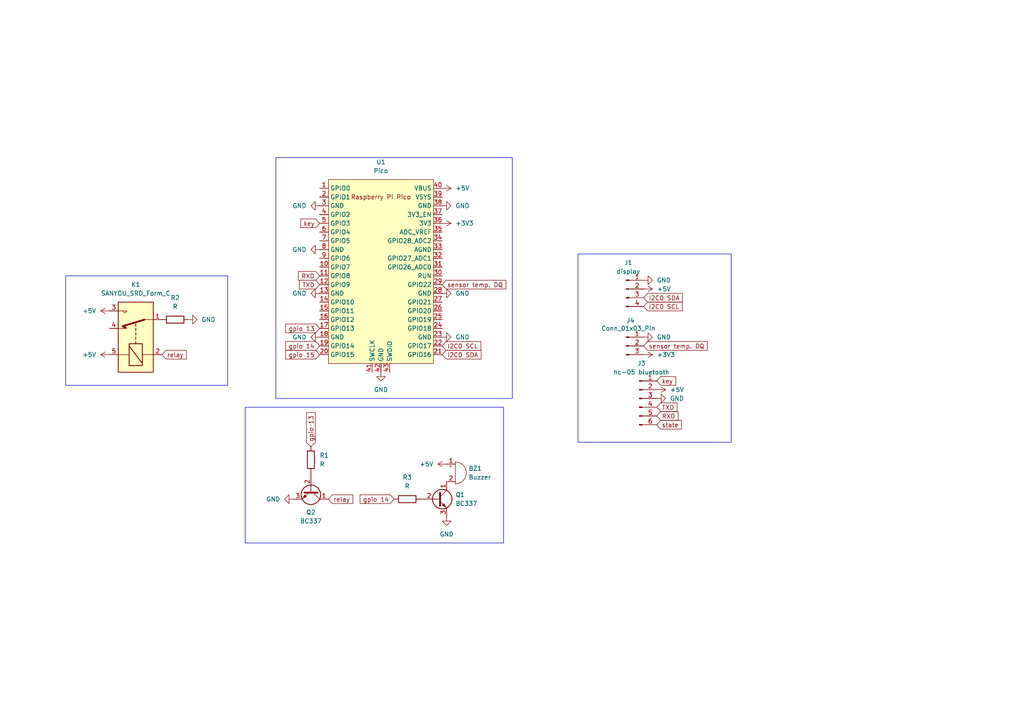
<source format=kicad_sch>
(kicad_sch (version 20231120) (generator "eeschema") (generator_version "8.0")
  (paper "A4")
  (lib_symbols
    (symbol "Connector:Conn_01x03_Pin" (pin_names (offset 1.016) hide)
      (property "Reference" "J" (at 0 5.08 0))
      (property "Value" "Conn_01x03_Pin" (at 0 -5.08 0))
      (symbol "Conn_01x03_Pin_1_1"
        (polyline (pts (xy 1.27 -2.54) (xy 0.8636 -2.54)) (stroke (width 0.1524)))
        (polyline (pts (xy 1.27 0) (xy 0.8636 0)) (stroke (width 0.1524)))
        (polyline (pts (xy 1.27 2.54) (xy 0.8636 2.54)) (stroke (width 0.1524)))
        (rectangle (start 0.8636 -2.413) (end 0 -2.667) (stroke (width 0.1524)) (fill (type outline)))
        (rectangle (start 0.8636 0.127) (end 0 -0.127) (stroke (width 0.1524)) (fill (type outline)))
        (rectangle (start 0.8636 2.667) (end 0 2.413) (stroke (width 0.1524)) (fill (type outline)))
        (pin passive line (at 5.08 2.54 180) (length 3.81) (name "Pin_1") (number "1"))
        (pin passive line (at 5.08 0 180) (length 3.81) (name "Pin_2") (number "2"))
        (pin passive line (at 5.08 -2.54 180) (length 3.81) (name "Pin_3") (number "3"))
      )
    )
    (symbol "Connector:Conn_01x04_Pin" (pin_names (offset 1.016) hide)
      (property "Reference" "J" (at 0 5.08 0))
      (property "Value" "Conn_01x04_Pin" (at 0 -7.62 0))
      (symbol "Conn_01x04_Pin_1_1"
        (polyline (pts (xy 1.27 -5.08) (xy 0.8636 -5.08)) (stroke (width 0.1524)))
        (polyline (pts (xy 1.27 -2.54) (xy 0.8636 -2.54)) (stroke (width 0.1524)))
        (polyline (pts (xy 1.27 0) (xy 0.8636 0)) (stroke (width 0.1524)))
        (polyline (pts (xy 1.27 2.54) (xy 0.8636 2.54)) (stroke (width 0.1524)))
        (rectangle (start 0.8636 -4.953) (end 0 -5.207) (stroke (width 0.1524)) (fill (type outline)))
        (rectangle (start 0.8636 -2.413) (end 0 -2.667) (stroke (width 0.1524)) (fill (type outline)))
        (rectangle (start 0.8636 0.127) (end 0 -0.127) (stroke (width 0.1524)) (fill (type outline)))
        (rectangle (start 0.8636 2.667) (end 0 2.413) (stroke (width 0.1524)) (fill (type outline)))
        (pin passive line (at 5.08 2.54 180) (length 3.81) (name "Pin_1") (number "1"))
        (pin passive line (at 5.08 0 180) (length 3.81) (name "Pin_2") (number "2"))
        (pin passive line (at 5.08 -2.54 180) (length 3.81) (name "Pin_3") (number "3"))
        (pin passive line (at 5.08 -5.08 180) (length 3.81) (name "Pin_4") (number "4"))
      )
    )
    (symbol "Connector:Conn_01x06_Pin" (pin_names (offset 1.016) hide)
      (property "Reference" "J" (at 0 7.62 0))
      (property "Value" "Conn_01x06_Pin" (at 0 -10.16 0))
      (symbol "Conn_01x06_Pin_1_1"
        (polyline (pts (xy 1.27 -7.62) (xy 0.8636 -7.62)) (stroke (width 0.1524)))
        (polyline (pts (xy 1.27 -5.08) (xy 0.8636 -5.08)) (stroke (width 0.1524)))
        (polyline (pts (xy 1.27 -2.54) (xy 0.8636 -2.54)) (stroke (width 0.1524)))
        (polyline (pts (xy 1.27 0) (xy 0.8636 0)) (stroke (width 0.1524)))
        (polyline (pts (xy 1.27 2.54) (xy 0.8636 2.54)) (stroke (width 0.1524)))
        (polyline (pts (xy 1.27 5.08) (xy 0.8636 5.08)) (stroke (width 0.1524)))
        (rectangle (start 0.8636 -7.493) (end 0 -7.747) (stroke (width 0.1524)) (fill (type outline)))
        (rectangle (start 0.8636 -4.953) (end 0 -5.207) (stroke (width 0.1524)) (fill (type outline)))
        (rectangle (start 0.8636 -2.413) (end 0 -2.667) (stroke (width 0.1524)) (fill (type outline)))
        (rectangle (start 0.8636 0.127) (end 0 -0.127) (stroke (width 0.1524)) (fill (type outline)))
        (rectangle (start 0.8636 2.667) (end 0 2.413) (stroke (width 0.1524)) (fill (type outline)))
        (rectangle (start 0.8636 5.207) (end 0 4.953) (stroke (width 0.1524)) (fill (type outline)))
        (pin passive line (at 5.08 5.08 180) (length 3.81) (name "Pin_1") (number "1"))
        (pin passive line (at 5.08 2.54 180) (length 3.81) (name "Pin_2") (number "2"))
        (pin passive line (at 5.08 0 180) (length 3.81) (name "Pin_3") (number "3"))
        (pin passive line (at 5.08 -2.54 180) (length 3.81) (name "Pin_4") (number "4"))
        (pin passive line (at 5.08 -5.08 180) (length 3.81) (name "Pin_5") (number "5"))
        (pin passive line (at 5.08 -7.62 180) (length 3.81) (name "Pin_6") (number "6"))
      )
    )
    (symbol "Device:Buzzer" (pin_names (offset 0.0254) hide)
      (property "Reference" "BZ" (at 3.81 1.27 0))
      (property "Value" "Buzzer" (at 3.81 -1.27 0))
      (symbol "Buzzer_0_1"
        (arc (start 0 -3.175) (mid 3.1612 0) (end 0 3.175))
        (polyline (pts (xy -1.651 1.905) (xy -1.143 1.905)))
        (polyline (pts (xy -1.397 2.159) (xy -1.397 1.651)))
        (polyline (pts (xy 0 3.175) (xy 0 -3.175)))
      )
      (symbol "Buzzer_1_1"
        (pin passive line (at -2.54 2.54 0) (length 2.54) (name "+") (number "1"))
        (pin passive line (at -2.54 -2.54 0) (length 2.54) (name "-") (number "2"))
      )
    )
    (symbol "Device:R" (pin_numbers hide) (pin_names (offset 0))
      (property "Reference" "R" (at 2.032 0 90))
      (property "Value" "R" (at 0 0 90))
      (symbol "R_0_1"
        (rectangle (start -1.016 -2.54) (end 1.016 2.54) (stroke (width 0.254)))
      )
      (symbol "R_1_1"
        (pin passive line (at 0 3.81 270) (length 1.27) (name "~") (number "1"))
        (pin passive line (at 0 -3.81 90) (length 1.27) (name "~") (number "2"))
      )
    )
    (symbol "MCU_RaspberryPi_and_Boards:Pico"
      (property "Reference" "U" (at -13.97 27.94 0))
      (property "Value" "Pico" (at 0 19.05 0))
      (symbol "Pico_0_0"
        (text "Raspberry Pi Pico" (at 0 21.59 0) (effects (font (size 1.27 1.27))))
      )
      (symbol "Pico_0_1"
        (rectangle (start -15.24 26.67) (end 15.24 -26.67) (fill (type background)))
      )
      (symbol "Pico_1_1"
        (pin bidirectional line (at -17.78 24.13 0) (length 2.54) (name "GPIO0") (number "1"))
        (pin bidirectional line (at -17.78 1.27 0) (length 2.54) (name "GPIO7") (number "10"))
        (pin bidirectional line (at -17.78 -1.27 0) (length 2.54) (name "GPIO8") (number "11"))
        (pin bidirectional line (at -17.78 -3.81 0) (length 2.54) (name "GPIO9") (number "12"))
        (pin power_in line (at -17.78 -6.35 0) (length 2.54) (name "GND") (number "13"))
        (pin bidirectional line (at -17.78 -8.89 0) (length 2.54) (name "GPIO10") (number "14"))
        (pin bidirectional line (at -17.78 -11.43 0) (length 2.54) (name "GPIO11") (number "15"))
        (pin bidirectional line (at -17.78 -13.97 0) (length 2.54) (name "GPIO12") (number "16"))
        (pin bidirectional line (at -17.78 -16.51 0) (length 2.54) (name "GPIO13") (number "17"))
        (pin power_in line (at -17.78 -19.05 0) (length 2.54) (name "GND") (number "18"))
        (pin bidirectional line (at -17.78 -21.59 0) (length 2.54) (name "GPIO14") (number "19"))
        (pin bidirectional line (at -17.78 21.59 0) (length 2.54) (name "GPIO1") (number "2"))
        (pin bidirectional line (at -17.78 -24.13 0) (length 2.54) (name "GPIO15") (number "20"))
        (pin bidirectional line (at 17.78 -24.13 180) (length 2.54) (name "GPIO16") (number "21"))
        (pin bidirectional line (at 17.78 -21.59 180) (length 2.54) (name "GPIO17") (number "22"))
        (pin power_in line (at 17.78 -19.05 180) (length 2.54) (name "GND") (number "23"))
        (pin bidirectional line (at 17.78 -16.51 180) (length 2.54) (name "GPIO18") (number "24"))
        (pin bidirectional line (at 17.78 -13.97 180) (length 2.54) (name "GPIO19") (number "25"))
        (pin bidirectional line (at 17.78 -11.43 180) (length 2.54) (name "GPIO20") (number "26"))
        (pin bidirectional line (at 17.78 -8.89 180) (length 2.54) (name "GPIO21") (number "27"))
        (pin power_in line (at 17.78 -6.35 180) (length 2.54) (name "GND") (number "28"))
        (pin bidirectional line (at 17.78 -3.81 180) (length 2.54) (name "GPIO22") (number "29"))
        (pin power_in line (at -17.78 19.05 0) (length 2.54) (name "GND") (number "3"))
        (pin input line (at 17.78 -1.27 180) (length 2.54) (name "RUN") (number "30"))
        (pin bidirectional line (at 17.78 1.27 180) (length 2.54) (name "GPIO26_ADC0") (number "31"))
        (pin bidirectional line (at 17.78 3.81 180) (length 2.54) (name "GPIO27_ADC1") (number "32"))
        (pin power_in line (at 17.78 6.35 180) (length 2.54) (name "AGND") (number "33"))
        (pin bidirectional line (at 17.78 8.89 180) (length 2.54) (name "GPIO28_ADC2") (number "34"))
        (pin power_in line (at 17.78 11.43 180) (length 2.54) (name "ADC_VREF") (number "35"))
        (pin power_in line (at 17.78 13.97 180) (length 2.54) (name "3V3") (number "36"))
        (pin input line (at 17.78 16.51 180) (length 2.54) (name "3V3_EN") (number "37"))
        (pin bidirectional line (at 17.78 19.05 180) (length 2.54) (name "GND") (number "38"))
        (pin power_in line (at 17.78 21.59 180) (length 2.54) (name "VSYS") (number "39"))
        (pin bidirectional line (at -17.78 16.51 0) (length 2.54) (name "GPIO2") (number "4"))
        (pin power_in line (at 17.78 24.13 180) (length 2.54) (name "VBUS") (number "40"))
        (pin input line (at -2.54 -29.21 90) (length 2.54) (name "SWCLK") (number "41"))
        (pin power_in line (at 0 -29.21 90) (length 2.54) (name "GND") (number "42"))
        (pin bidirectional line (at 2.54 -29.21 90) (length 2.54) (name "SWDIO") (number "43"))
        (pin bidirectional line (at -17.78 13.97 0) (length 2.54) (name "GPIO3") (number "5"))
        (pin bidirectional line (at -17.78 11.43 0) (length 2.54) (name "GPIO4") (number "6"))
        (pin bidirectional line (at -17.78 8.89 0) (length 2.54) (name "GPIO5") (number "7"))
        (pin power_in line (at -17.78 6.35 0) (length 2.54) (name "GND") (number "8"))
        (pin bidirectional line (at -17.78 3.81 0) (length 2.54) (name "GPIO6") (number "9"))
      )
    )
    (symbol "Relay:SANYOU_SRD_Form_C"
      (property "Reference" "K" (at 11.43 3.81 0))
      (property "Value" "SANYOU_SRD_Form_C" (at 11.43 1.27 0))
      (symbol "SANYOU_SRD_Form_C_0_0"
        (polyline (pts (xy 7.62 5.08) (xy 7.62 2.54) (xy 6.985 3.175) (xy 7.62 3.81)))
      )
      (symbol "SANYOU_SRD_Form_C_0_1"
        (rectangle (start -10.16 5.08) (end 10.16 -5.08) (stroke (width 0.254)) (fill (type background)))
        (rectangle (start -8.255 1.905) (end -1.905 -1.905) (stroke (width 0.254)))
        (polyline (pts (xy -7.62 -1.905) (xy -2.54 1.905)) (stroke (width 0.254)))
        (polyline (pts (xy -5.08 -5.08) (xy -5.08 -1.905)))
        (polyline (pts (xy -5.08 5.08) (xy -5.08 1.905)))
        (polyline (pts (xy -1.905 0) (xy -1.27 0)) (stroke (width 0.254)))
        (polyline (pts (xy -0.635 0) (xy 0 0)) (stroke (width 0.254)))
        (polyline (pts (xy 0.635 0) (xy 1.27 0)) (stroke (width 0.254)))
        (polyline (pts (xy 1.905 0) (xy 2.54 0)) (stroke (width 0.254)))
        (polyline (pts (xy 3.175 0) (xy 3.81 0)) (stroke (width 0.254)))
        (polyline (pts (xy 5.08 -2.54) (xy 3.175 3.81)) (stroke (width 0.508)))
        (polyline (pts (xy 5.08 -2.54) (xy 5.08 -5.08)))
      )
      (symbol "SANYOU_SRD_Form_C_1_1"
        (polyline (pts (xy 2.54 3.81) (xy 3.175 3.175) (xy 2.54 2.54) (xy 2.54 5.08)) (fill (type outline)))
        (pin passive line (at 5.08 -7.62 90) (length 2.54) (name "~") (number "1"))
        (pin passive line (at -5.08 -7.62 90) (length 2.54) (name "~") (number "2"))
        (pin passive line (at 7.62 7.62 270) (length 2.54) (name "~") (number "3"))
        (pin passive line (at 2.54 7.62 270) (length 2.54) (name "~") (number "4"))
        (pin passive line (at -5.08 7.62 270) (length 2.54) (name "~") (number "5"))
      )
    )
    (symbol "Transistor_BJT:BC337" (pin_names (offset 0) hide)
      (property "Reference" "Q" (at 5.08 1.905 0))
      (property "Value" "BC337" (at 5.08 0 0))
      (symbol "BC337_0_1"
        (polyline (pts (xy 0 0) (xy 0.635 0)))
        (polyline (pts (xy 0.635 0.635) (xy 2.54 2.54)))
        (polyline (pts (xy 0.635 -0.635) (xy 2.54 -2.54) (xy 2.54 -2.54)))
        (polyline (pts (xy 0.635 1.905) (xy 0.635 -1.905) (xy 0.635 -1.905)) (stroke (width 0.508)))
        (polyline (pts (xy 1.27 -1.778) (xy 1.778 -1.27) (xy 2.286 -2.286) (xy 1.27 -1.778) (xy 1.27 -1.778)) (fill (type outline)))
        (circle (center 1.27 0) (radius 2.8194) (stroke (width 0.254)))
      )
      (symbol "BC337_1_1"
        (pin passive line (at 2.54 5.08 270) (length 2.54) (name "C") (number "1"))
        (pin input line (at -5.08 0 0) (length 5.08) (name "B") (number "2"))
        (pin passive line (at 2.54 -5.08 90) (length 2.54) (name "E") (number "3"))
      )
    )
    (symbol "power:+3V3" (power) (pin_numbers hide) (pin_names (offset 0) hide)
      (property "Value" "+3V3" (at 0 3.556 0))
      (symbol "+3V3_0_1"
        (polyline (pts (xy -0.762 1.27) (xy 0 2.54)))
        (polyline (pts (xy 0 0) (xy 0 2.54)))
        (polyline (pts (xy 0 2.54) (xy 0.762 1.27)))
      )
      (symbol "+3V3_1_1"
        (pin power_in line (at 0 0 90) (length 0) (name "~") (number "1"))
      )
    )
    (symbol "power:+5V" (power) (pin_numbers hide) (pin_names (offset 0) hide)
      (property "Value" "+5V" (at 0 3.556 0))
      (symbol "+5V_0_1"
        (polyline (pts (xy -0.762 1.27) (xy 0 2.54)))
        (polyline (pts (xy 0 0) (xy 0 2.54)))
        (polyline (pts (xy 0 2.54) (xy 0.762 1.27)))
      )
      (symbol "+5V_1_1"
        (pin power_in line (at 0 0 90) (length 0) (name "~") (number "1"))
      )
    )
    (symbol "power:GND" (power) (pin_numbers hide) (pin_names (offset 0) hide)
      (property "Value" "GND" (at 0 -3.81 0))
      (symbol "GND_0_1"
        (polyline (pts (xy 0 0) (xy 0 -1.27) (xy 1.27 -1.27) (xy 0 -2.54) (xy -1.27 -1.27) (xy 0 -1.27)))
      )
      (symbol "GND_1_1"
        (pin power_in line (at 0 0 270) (length 0) (name "~") (number "1"))
      )
    )
  )
  (rectangle (start 71.12 118.11) (end 146.05 157.48))
  (rectangle (start 167.64 73.66) (end 212.09 128.27))
  (rectangle (start 80.01 45.72) (end 148.59 115.57))
  (rectangle (start 19.05 80.01) (end 66.04 111.76))
  (global_label "RXD" (shape input) (at 92.71 80.01 180) (property "Intersheetrefs" "${INTERSHEET_REFS}" (effects (hide yes))))
  (global_label "sensor temp. DQ" (shape input) (at 128.27 82.55 0) (property "Intersheetrefs" "${INTERSHEET_REFS}" (effects (hide yes))))
  (global_label "gpio 14" (shape input) (at 92.71 100.33 180) (property "Intersheetrefs" "${INTERSHEET_REFS}" (effects (hide yes))))
  (global_label "TXD" (shape input) (at 190.5 118.11 0) (property "Intersheetrefs" "${INTERSHEET_REFS}" (effects (hide yes))))
  (global_label "gpio 14" (shape input) (at 114.3 144.78 180) (property "Intersheetrefs" "${INTERSHEET_REFS}" (effects (hide yes))))
  (global_label "relay" (shape input) (at 95.25 144.78 0) (property "Intersheetrefs" "${INTERSHEET_REFS}" (effects (hide yes))))
  (global_label "sensor temp. DQ" (shape input) (at 186.69 100.33 0) (property "Intersheetrefs" "${INTERSHEET_REFS}" (effects (hide yes))))
  (global_label "TXD" (shape input) (at 92.71 82.55 180) (property "Intersheetrefs" "${INTERSHEET_REFS}" (effects (hide yes))))
  (global_label "I2C0 SDA" (shape input) (at 186.69 86.36 0) (property "Intersheetrefs" "${INTERSHEET_REFS}" (effects (hide yes))))
  (global_label "I2C0 SCL" (shape input) (at 186.69 88.9 0) (property "Intersheetrefs" "${INTERSHEET_REFS}" (effects (hide yes))))
  (global_label "relay" (shape input) (at 46.99 102.87 0) (property "Intersheetrefs" "${INTERSHEET_REFS}" (effects (hide yes))))
  (global_label "I2C0 SCL" (shape input) (at 128.27 100.33 0) (property "Intersheetrefs" "${INTERSHEET_REFS}" (effects (hide yes))))
  (global_label "key" (shape input) (at 190.5 110.49 0) (property "Intersheetrefs" "${INTERSHEET_REFS}" (effects (hide yes))))
  (global_label "gpio 13" (shape input) (at 92.71 95.25 180) (property "Intersheetrefs" "${INTERSHEET_REFS}" (effects (hide yes))))
  (global_label "RXD" (shape input) (at 190.5 120.65 0) (property "Intersheetrefs" "${INTERSHEET_REFS}" (effects (hide yes))))
  (global_label "state" (shape input) (at 190.5 123.19 0) (property "Intersheetrefs" "${INTERSHEET_REFS}" (effects (hide yes))))
  (global_label "gpio 13" (shape input) (at 90.17 129.54 90) (property "Intersheetrefs" "${INTERSHEET_REFS}" (effects (hide yes))))
  (global_label "gpio 15" (shape input) (at 92.71 102.87 180) (property "Intersheetrefs" "${INTERSHEET_REFS}" (effects (hide yes))))
  (global_label "I2C0 SDA" (shape input) (at 128.27 102.87 0) (property "Intersheetrefs" "${INTERSHEET_REFS}" (effects (hide yes))))
  (global_label "key" (shape input) (at 92.71 64.77 180) (property "Intersheetrefs" "${INTERSHEET_REFS}" (effects (hide yes))))
  (symbol (lib_id "power:+5V") (at 31.75 102.87 90) (unit 1)
    (property "Reference" "#PWR014" (effects (hide yes)))
    (property "Value" "+5V" (at 27.94 102.8699 90) (effects (justify left)))
    (property "Description" "Power symbol creates a global label with name \"+5V\"" (effects (hide yes)))
  )
  (symbol (lib_id "power:+3V3") (at 186.69 102.87 270) (unit 1)
    (property "Reference" "#PWR011" (effects (hide yes)))
    (property "Value" "+3V3" (at 190.5 102.8699 90) (effects (justify left)))
    (property "Description" "Power symbol creates a global label with name \"+3V3\"" (effects (hide yes)))
  )
  (symbol (lib_id "power:GND") (at 92.71 72.39 270) (unit 1)
    (property "Reference" "#PWR021" (effects (hide yes)))
    (property "Value" "GND" (at 88.9 72.3899 90) (effects (justify right)))
    (property "Description" "Power symbol creates a global label with name \"GND\" , ground" (effects (hide yes)))
  )
  (symbol (lib_id "power:GND") (at 129.54 149.86 0) (unit 1)
    (property "Reference" "#PWR01" (effects (hide yes)))
    (property "Value" "GND" (at 129.54 154.94 0))
    (property "Description" "Power symbol creates a global label with name \"GND\" , ground" (effects (hide yes)))
  )
  (symbol (lib_id "Device:R") (at 90.17 133.35 0) (unit 1)
    (property "Reference" "R1" (at 92.71 132.0799 0) (effects (justify left)))
    (property "Value" "R" (at 92.71 134.6199 0) (effects (justify left)))
    (property "Footprint" "Resistor_THT:R_Axial_DIN0207_L6.3mm_D2.5mm_P7.62mm_Horizontal" (effects (hide yes)))
    (property "Description" "Resistor" (effects (hide yes)))
  )
  (symbol (lib_id "Connector:Conn_01x04_Pin") (at 181.61 83.82 0) (unit 1)
    (property "Reference" "J1" (at 182.245 76.2 0))
    (property "Value" "display" (at 182.245 78.74 0))
    (property "Footprint" "Connector_PinHeader_2.54mm:PinHeader_1x04_P2.54mm_Vertical" (effects (hide yes)))
    (property "Description" "Generic connector, single row, 01x04, script generated" (effects (hide yes)))
  )
  (symbol (lib_id "Relay:SANYOU_SRD_Form_C") (at 39.37 97.79 90) (unit 1)
    (property "Reference" "K1" (at 39.37 82.55 90))
    (property "Value" "SANYOU_SRD_Form_C" (at 39.37 85.09 90))
    (property "Footprint" "Relay_THT:Relay_SPDT_SANYOU_SRD_Series_Form_C" (effects (hide yes)))
    (property "Datasheet" "http://www.sanyourelay.ca/public/products/pdf/SRD.pdf" (effects (hide yes)))
    (property "Description" "Sanyo SRD relay, Single Pole Miniature Power Relay," (effects (hide yes)))
  )
  (symbol (lib_id "power:GND") (at 128.27 85.09 90) (unit 1)
    (property "Reference" "#PWR018" (effects (hide yes)))
    (property "Value" "GND" (at 132.08 85.0899 90) (effects (justify right)))
    (property "Description" "Power symbol creates a global label with name \"GND\" , ground" (effects (hide yes)))
  )
  (symbol (lib_id "Device:R") (at 50.8 92.71 90) (unit 1)
    (property "Reference" "R2" (at 50.8 86.36 90))
    (property "Value" "R" (at 50.8 88.9 90))
    (property "Footprint" "Resistor_THT:R_Axial_DIN0207_L6.3mm_D2.5mm_P7.62mm_Horizontal" (effects (hide yes)))
    (property "Description" "Resistor" (effects (hide yes)))
  )
  (symbol (lib_id "power:GND") (at 190.5 115.57 90) (unit 1)
    (property "Reference" "#PWR04" (effects (hide yes)))
    (property "Value" "GND" (at 194.31 115.5699 90) (effects (justify right)))
    (property "Description" "Power symbol creates a global label with name \"GND\" , ground" (effects (hide yes)))
  )
  (symbol (lib_id "power:GND") (at 186.69 97.79 90) (unit 1)
    (property "Reference" "#PWR05" (effects (hide yes)))
    (property "Value" "GND" (at 190.5 97.7899 90) (effects (justify right)))
    (property "Description" "Power symbol creates a global label with name \"GND\" , ground" (effects (hide yes)))
  )
  (symbol (lib_id "power:+3V3") (at 128.27 64.77 270) (unit 1)
    (property "Reference" "#PWR07" (effects (hide yes)))
    (property "Value" "+3V3" (at 132.08 64.7699 90) (effects (justify left)))
    (property "Description" "Power symbol creates a global label with name \"+3V3\"" (effects (hide yes)))
  )
  (symbol (lib_id "power:+5V") (at 190.5 113.03 270) (unit 1)
    (property "Reference" "#PWR010" (effects (hide yes)))
    (property "Value" "+5V" (at 194.31 113.0299 90) (effects (justify left)))
    (property "Description" "Power symbol creates a global label with name \"+5V\"" (effects (hide yes)))
  )
  (symbol (lib_id "power:GND") (at 128.27 59.69 90) (unit 1)
    (property "Reference" "#PWR02" (effects (hide yes)))
    (property "Value" "GND" (at 132.08 59.6899 90) (effects (justify right)))
    (property "Description" "Power symbol creates a global label with name \"GND\" , ground" (effects (hide yes)))
  )
  (symbol (lib_id "power:GND") (at 92.71 97.79 270) (unit 1)
    (property "Reference" "#PWR022" (effects (hide yes)))
    (property "Value" "GND" (at 88.9 97.7899 90) (effects (justify right)))
    (property "Description" "Power symbol creates a global label with name \"GND\" , ground" (effects (hide yes)))
  )
  (symbol (lib_id "power:GND") (at 92.71 85.09 270) (unit 1)
    (property "Reference" "#PWR06" (effects (hide yes)))
    (property "Value" "GND" (at 88.9 85.0899 90) (effects (justify right)))
    (property "Description" "Power symbol creates a global label with name \"GND\" , ground" (effects (hide yes)))
  )
  (symbol (lib_id "Device:R") (at 118.11 144.78 90) (unit 1)
    (property "Reference" "R3" (at 118.11 138.43 90))
    (property "Value" "R" (at 118.11 140.97 90))
    (property "Footprint" "Resistor_THT:R_Axial_DIN0207_L6.3mm_D2.5mm_P7.62mm_Horizontal" (effects (hide yes)))
    (property "Description" "Resistor" (effects (hide yes)))
  )
  (symbol (lib_id "Transistor_BJT:BC337") (at 90.17 142.24 270) (unit 1)
    (property "Reference" "Q2" (at 90.17 148.59 90))
    (property "Value" "BC337" (at 90.17 151.13 90))
    (property "Footprint" "Package_TO_SOT_THT:TO-92_Inline" (effects (hide yes)))
    (property "Datasheet" "https://diotec.com/tl_files/diotec/files/pdf/datasheets/bc337.pdf" (effects (hide yes)))
    (property "Description" "0.8A Ic, 45V Vce, NPN Transistor, TO-92" (effects (hide yes)))
  )
  (symbol (lib_id "power:GND") (at 54.61 92.71 90) (unit 1)
    (property "Reference" "#PWR012" (effects (hide yes)))
    (property "Value" "GND" (at 58.42 92.7099 90) (effects (justify right)))
    (property "Description" "Power symbol creates a global label with name \"GND\" , ground" (effects (hide yes)))
  )
  (symbol (lib_id "power:+5V") (at 128.27 54.61 270) (unit 1)
    (property "Reference" "#PWR08" (effects (hide yes)))
    (property "Value" "+5V" (at 132.08 54.6099 90) (effects (justify left)))
    (property "Description" "Power symbol creates a global label with name \"+5V\"" (effects (hide yes)))
  )
  (symbol (lib_id "power:GND") (at 128.27 97.79 90) (unit 1)
    (property "Reference" "#PWR019" (effects (hide yes)))
    (property "Value" "GND" (at 132.08 97.7899 90) (effects (justify right)))
    (property "Description" "Power symbol creates a global label with name \"GND\" , ground" (effects (hide yes)))
  )
  (symbol (lib_id "Connector:Conn_01x06_Pin") (at 185.42 115.57 0) (unit 1)
    (property "Reference" "J3" (at 186.055 105.41 0))
    (property "Value" "hc-05 bluetooth" (at 186.055 107.95 0))
    (property "Footprint" "Connector_PinHeader_2.54mm:PinHeader_1x06_P2.54mm_Vertical" (effects (hide yes)))
    (property "Description" "Generic connector, single row, 01x06, script generated" (effects (hide yes)))
  )
  (symbol (lib_id "power:+5V") (at 129.54 134.62 90) (unit 1)
    (property "Reference" "#PWR017" (effects (hide yes)))
    (property "Value" "+5V" (at 125.73 134.6199 90) (effects (justify left)))
    (property "Description" "Power symbol creates a global label with name \"+5V\"" (effects (hide yes)))
  )
  (symbol (lib_id "MCU_RaspberryPi_and_Boards:Pico") (at 110.49 78.74 0) (unit 1)
    (property "Reference" "U1" (at 110.49 46.99 0))
    (property "Value" "Pico" (at 110.49 49.53 0))
    (property "Footprint" "MCU_RaspberryPi_and_Boards:RPi_Pico_SMD_TH" (effects (hide yes)))
  )
  (symbol (lib_id "Connector:Conn_01x03_Pin") (at 181.61 100.33 0) (unit 1)
    (property "Reference" "J4" (at 182.88 92.964 0))
    (property "Value" "Conn_01x03_Pin" (at 182.245 95.25 0))
    (property "Footprint" "Connector_PinHeader_2.54mm:PinHeader_1x03_P2.54mm_Vertical" (effects (hide yes)))
    (property "Description" "Generic connector, single row, 01x03, script generated" (effects (hide yes)))
  )
  (symbol (lib_id "power:GND") (at 92.71 59.69 270) (unit 1)
    (property "Reference" "#PWR03" (effects (hide yes)))
    (property "Value" "GND" (at 88.9 59.6899 90) (effects (justify right)))
    (property "Description" "Power symbol creates a global label with name \"GND\" , ground" (effects (hide yes)))
  )
  (symbol (lib_id "power:+5V") (at 31.75 90.17 90) (unit 1)
    (property "Reference" "#PWR013" (effects (hide yes)))
    (property "Value" "+5V" (at 27.94 90.1699 90) (effects (justify left)))
    (property "Description" "Power symbol creates a global label with name \"+5V\"" (effects (hide yes)))
  )
  (symbol (lib_id "Transistor_BJT:BC337") (at 127 144.78 0) (unit 1)
    (property "Reference" "Q1" (at 132.08 143.5099 0) (effects (justify left)))
    (property "Value" "BC337" (at 132.08 146.0499 0) (effects (justify left)))
    (property "Footprint" "Package_TO_SOT_THT:TO-92_Inline" (effects (hide yes)))
    (property "Datasheet" "https://diotec.com/tl_files/diotec/files/pdf/datasheets/bc337.pdf" (effects (hide yes)))
    (property "Description" "0.8A Ic, 45V Vce, NPN Transistor, TO-92" (effects (hide yes)))
  )
  (symbol (lib_id "power:GND") (at 110.49 107.95 0) (unit 1)
    (property "Reference" "#PWR020" (effects (hide yes)))
    (property "Value" "GND" (at 110.49 113.03 0))
    (property "Description" "Power symbol creates a global label with name \"GND\" , ground" (effects (hide yes)))
  )
  (symbol (lib_id "Device:Buzzer") (at 132.08 137.16 0) (unit 1)
    (property "Reference" "BZ1" (at 135.89 135.8899 0) (effects (justify left)))
    (property "Value" "Buzzer" (at 135.89 138.4299 0) (effects (justify left)))
    (property "Footprint" "Buzzer_Beeper:Buzzer_D14mm_H7mm_P10mm" (effects (hide yes)))
    (property "Description" "Buzzer, polarized" (effects (hide yes)))
  )
  (symbol (lib_id "power:GND") (at 186.69 81.28 90) (unit 1)
    (property "Reference" "#PWR016" (effects (hide yes)))
    (property "Value" "GND" (at 190.5 81.2799 90) (effects (justify right)))
    (property "Description" "Power symbol creates a global label with name \"GND\" , ground" (effects (hide yes)))
  )
  (symbol (lib_id "power:GND") (at 85.09 144.78 270) (unit 1)
    (property "Reference" "#PWR09" (effects (hide yes)))
    (property "Value" "GND" (at 81.28 144.7799 90) (effects (justify right)))
    (property "Description" "Power symbol creates a global label with name \"GND\" , ground" (effects (hide yes)))
  )
  (symbol (lib_id "power:+5V") (at 186.69 83.82 270) (unit 1)
    (property "Reference" "#PWR015" (effects (hide yes)))
    (property "Value" "+5V" (at 190.5 83.8199 90) (effects (justify left)))
    (property "Description" "Power symbol creates a global label with name \"+5V\"" (effects (hide yes)))
  )
)
</source>
